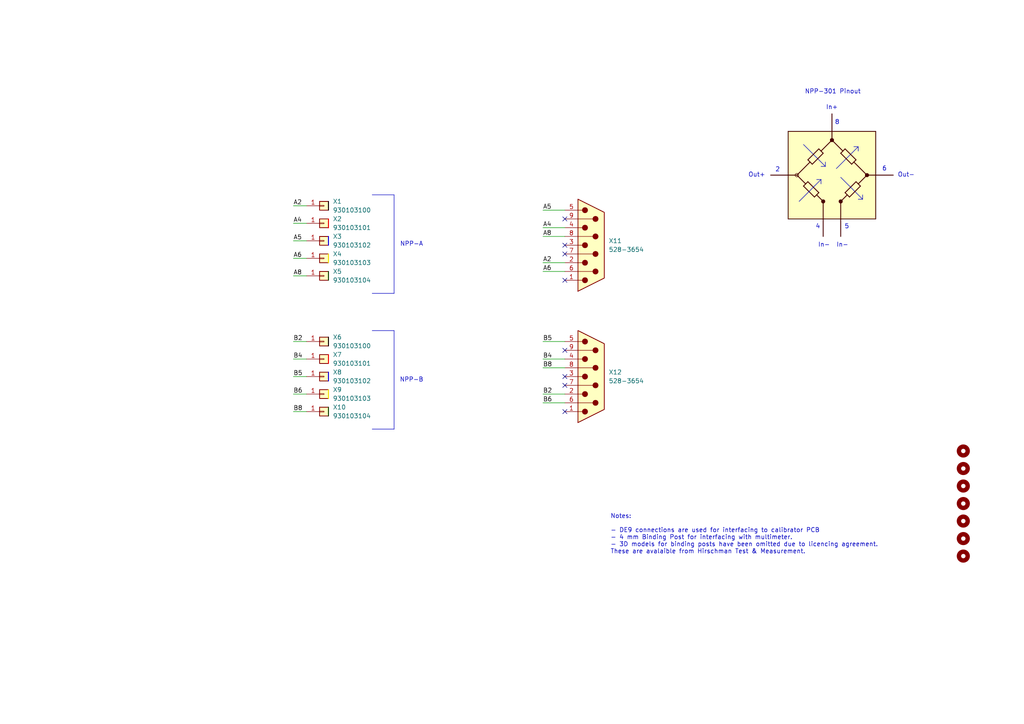
<source format=kicad_sch>
(kicad_sch (version 20231120) (generator "eeschema") (generator_version "8.0")
  (paper "A4")
  (lib_symbols
    (symbol "Connector:DE9_Plug" (pin_names (offset 1.016) hide)
      (property "Reference" "J" (at 0 13.97 0))
      (property "Value" "DE9_Plug" (at 0 -14.605 0))
      (symbol "DE9_Plug_0_1"
        (circle (center -1.778 -10.16) (radius 0.762) (fill (type outline)))
        (circle (center -1.778 -5.08) (radius 0.762) (fill (type outline)))
        (circle (center -1.778 0) (radius 0.762) (fill (type outline)))
        (circle (center -1.778 5.08) (radius 0.762) (fill (type outline)))
        (circle (center -1.778 10.16) (radius 0.762) (fill (type outline)))
        (polyline (pts (xy -3.81 -10.16) (xy -2.54 -10.16)))
        (polyline (pts (xy -3.81 -7.62) (xy 0.508 -7.62)))
        (polyline (pts (xy -3.81 -5.08) (xy -2.54 -5.08)))
        (polyline (pts (xy -3.81 -2.54) (xy 0.508 -2.54)))
        (polyline (pts (xy -3.81 0) (xy -2.54 0)))
        (polyline (pts (xy -3.81 2.54) (xy 0.508 2.54)))
        (polyline (pts (xy -3.81 5.08) (xy -2.54 5.08)))
        (polyline (pts (xy -3.81 7.62) (xy 0.508 7.62)))
        (polyline (pts (xy -3.81 10.16) (xy -2.54 10.16)))
        (polyline (pts (xy -3.81 -13.335) (xy -3.81 13.335) (xy 3.81 9.525) (xy 3.81 -9.525) (xy -3.81 -13.335)) (stroke (width 0.254)) (fill (type background)))
        (circle (center 1.27 -7.62) (radius 0.762) (fill (type outline)))
        (circle (center 1.27 -2.54) (radius 0.762) (fill (type outline)))
        (circle (center 1.27 2.54) (radius 0.762) (fill (type outline)))
        (circle (center 1.27 7.62) (radius 0.762) (fill (type outline)))
      )
      (symbol "DE9_Plug_1_1"
        (pin passive line (at -7.62 -10.16 0) (length 3.81) (name "1") (number "1"))
        (pin passive line (at -7.62 -5.08 0) (length 3.81) (name "2") (number "2"))
        (pin passive line (at -7.62 0 0) (length 3.81) (name "3") (number "3"))
        (pin passive line (at -7.62 5.08 0) (length 3.81) (name "4") (number "4"))
        (pin passive line (at -7.62 10.16 0) (length 3.81) (name "5") (number "5"))
        (pin passive line (at -7.62 -7.62 0) (length 3.81) (name "6") (number "6"))
        (pin passive line (at -7.62 -2.54 0) (length 3.81) (name "7") (number "7"))
        (pin passive line (at -7.62 2.54 0) (length 3.81) (name "8") (number "8"))
        (pin passive line (at -7.62 7.62 0) (length 3.81) (name "9") (number "9"))
      )
    )
    (symbol "Connector_Generic:Conn_01x01" (pin_names (offset 1.016) hide)
      (property "Reference" "J" (at 0 2.54 0))
      (property "Value" "Conn_01x01" (at 0 -2.54 0))
      (symbol "Conn_01x01_1_1"
        (rectangle (start -1.27 0.127) (end 0 -0.127) (stroke (width 0.1524)))
        (rectangle (start -1.27 1.27) (end 1.27 -1.27) (stroke (width 0.254)) (fill (type background)))
        (pin passive line (at -5.08 0 0) (length 3.81) (name "Pin_1") (number "1"))
      )
    )
    (symbol "Mechanical:MountingHole" (pin_names (offset 1.016)) (exclude_from_sim yes) (in_bom no)
      (property "Reference" "H" (at 0 5.08 0))
      (property "Value" "MountingHole" (at 0 3.175 0))
      (symbol "MountingHole_0_1"
        (circle (center 0 0) (radius 1.27) (stroke (width 1.27)))
      )
    )
  )
  (no_connect (at 163.83 119.38))
  (no_connect (at 163.83 81.28))
  (no_connect (at 163.83 73.66))
  (no_connect (at 163.83 111.76))
  (no_connect (at 163.83 109.22))
  (no_connect (at 163.83 101.6))
  (no_connect (at 163.83 63.5))
  (no_connect (at 163.83 71.12))
  (polyline (pts (xy 234.315 52.705) (xy 237.49 55.88)) (stroke (width 0.254) (color 72 0 0 1)))
  (polyline (pts (xy 95.25 68.58) (xy 95.25 71.12)) (stroke (width 0.254) (color 0 0 255 1)))
  (polyline (pts (xy 95.25 97.79) (xy 95.25 100.33)) (stroke (width 0.254) (color 0 0 0 1)))
  (wire (pts (xy 85.09 114.3) (xy 88.9 114.3)))
  (polyline (pts (xy 233.045 53.975) (xy 236.22 57.15)) (stroke (width 0.254) (color 72 0 0 1)))
  (wire (pts (xy 157.48 60.96) (xy 163.83 60.96)))
  (polyline (pts (xy 233.045 53.975) (xy 234.315 52.705)) (stroke (width 0.254) (color 72 0 0 1)))
  (polyline (pts (xy 223.52 50.8) (xy 228.6 50.8)) (stroke (width 0.254) (color 72 0 0 1)))
  (polyline (pts (xy 95.25 102.87) (xy 95.25 105.41)) (stroke (width 0.254) (color 255 0 0 1)))
  (polyline (pts (xy 254 50.8) (xy 259.08 50.8)) (stroke (width 0.254) (color 72 0 0 1)))
  (polyline (pts (xy 95.25 113.03) (xy 95.25 115.57)) (stroke (width 0.254) (color 255 255 0 1)))
  (polyline (pts (xy 114.3 124.46) (xy 107.95 124.46)))
  (polyline (pts (xy 237.49 43.18) (xy 238.76 44.45)) (stroke (width 0.254) (color 72 0 0 1)))
  (polyline (pts (xy 241.3 40.64) (xy 238.125 43.815)) (stroke (width 0.254) (color 72 0 0 1)))
  (polyline (pts (xy 238.76 63.5) (xy 238.76 68.58)) (stroke (width 0.254) (color 72 0 0 1)))
  (polyline (pts (xy 245.11 43.18) (xy 243.84 44.45)) (stroke (width 0.254) (color 72 0 0 1)))
  (polyline (pts (xy 243.84 63.5) (xy 243.84 68.58)) (stroke (width 0.254) (color 72 0 0 1)))
  (wire (pts (xy 157.48 106.68) (xy 163.83 106.68)))
  (polyline (pts (xy 251.46 50.8) (xy 254 50.8)) (stroke (width 0.254) (color 72 0 0 1)))
  (polyline (pts (xy 249.555 53.975) (xy 246.38 57.15)) (stroke (width 0.254) (color 72 0 0 1)))
  (polyline (pts (xy 251.46 50.8) (xy 248.92 53.34)) (stroke (width 0.254) (color 72 0 0 1)))
  (polyline (pts (xy 249.555 53.975) (xy 248.285 52.705)) (stroke (width 0.254) (color 72 0 0 1)))
  (polyline (pts (xy 236.855 52.07) (xy 238.125 52.07)))
  (polyline (pts (xy 246.38 57.15) (xy 245.11 55.88)) (stroke (width 0.254) (color 72 0 0 1)))
  (polyline (pts (xy 239.395 46.99) (xy 239.395 48.26)))
  (polyline (pts (xy 248.285 46.355) (xy 247.015 47.625)) (stroke (width 0.254) (color 72 0 0 1)))
  (polyline (pts (xy 114.3 85.09) (xy 114.3 56.515)))
  (polyline (pts (xy 95.25 66.04) (xy 95.25 66.04)) (stroke (width 0.254) (color 255 0 0 1)))
  (polyline (pts (xy 242.57 48.895) (xy 248.92 42.545)))
  (wire (pts (xy 157.48 114.3) (xy 163.83 114.3)))
  (polyline (pts (xy 238.76 58.42) (xy 238.76 58.42)) (stroke (width 0.254) (color 72 0 0 1)))
  (polyline (pts (xy 231.14 50.8) (xy 233.68 53.34)) (stroke (width 0.254) (color 72 0 0 1)))
  (polyline (pts (xy 236.22 57.15) (xy 237.49 55.88)) (stroke (width 0.254) (color 72 0 0 1)))
  (polyline (pts (xy 238.125 52.07) (xy 238.125 53.34)))
  (wire (pts (xy 85.09 104.14) (xy 88.9 104.14)))
  (wire (pts (xy 157.48 66.04) (xy 163.83 66.04)))
  (wire (pts (xy 85.09 99.06) (xy 88.9 99.06)))
  (polyline (pts (xy 95.25 73.66) (xy 95.25 76.2)) (stroke (width 0.254) (color 255 255 0 1)))
  (wire (pts (xy 85.09 74.93) (xy 88.9 74.93)))
  (polyline (pts (xy 95.25 107.95) (xy 95.25 110.49)) (stroke (width 0.254) (color 0 0 255 1)))
  (polyline (pts (xy 243.84 58.42) (xy 243.84 63.5)) (stroke (width 0.254) (color 72 0 0 1)))
  (polyline (pts (xy 243.84 51.435) (xy 250.19 57.785)))
  (polyline (pts (xy 235.585 47.625) (xy 238.76 44.45)) (stroke (width 0.254) (color 72 0 0 1)))
  (polyline (pts (xy 234.315 46.355) (xy 237.49 43.18)) (stroke (width 0.254) (color 72 0 0 1)))
  (polyline (pts (xy 95.25 118.11) (xy 95.25 120.65)) (stroke (width 0.254) (color 0 72 0 1)))
  (wire (pts (xy 157.48 76.2) (xy 163.83 76.2)))
  (polyline (pts (xy 231.14 50.8) (xy 234.95 46.99)) (stroke (width 0.254) (color 72 0 0 1)))
  (polyline (pts (xy 243.84 58.42) (xy 245.745 56.515)) (stroke (width 0.254) (color 72 0 0 1)))
  (wire (pts (xy 85.09 59.69) (xy 88.9 59.69)))
  (polyline (pts (xy 248.285 46.355) (xy 245.11 43.18)) (stroke (width 0.254) (color 72 0 0 1)))
  (polyline (pts (xy 241.3 33.02) (xy 241.3 38.1)) (stroke (width 0.254) (color 72 0 0 1)))
  (polyline (pts (xy 239.395 48.26) (xy 238.125 48.26)))
  (polyline (pts (xy 251.46 50.8) (xy 247.65 46.99)) (stroke (width 0.254) (color 72 0 0 1)))
  (polyline (pts (xy 114.3 56.515) (xy 107.95 56.515)))
  (polyline (pts (xy 247.65 42.545) (xy 248.92 42.545)))
  (polyline (pts (xy 114.3 85.09) (xy 107.95 85.09)))
  (polyline (pts (xy 95.25 63.5) (xy 95.25 66.04)) (stroke (width 0.254) (color 255 0 0 1)))
  (polyline (pts (xy 248.92 42.545) (xy 248.92 43.815)))
  (wire (pts (xy 157.48 99.06) (xy 163.83 99.06)))
  (polyline (pts (xy 241.3 40.64) (xy 244.475 43.815)) (stroke (width 0.254) (color 72 0 0 1)))
  (wire (pts (xy 157.48 104.14) (xy 163.83 104.14)))
  (polyline (pts (xy 228.6 50.8) (xy 231.14 50.8)) (stroke (width 0.254) (color 72 0 0 1)))
  (polyline (pts (xy 231.775 58.42) (xy 238.125 52.07)))
  (polyline (pts (xy 241.3 38.1) (xy 241.3 40.64)) (stroke (width 0.254) (color 72 0 0 1)))
  (polyline (pts (xy 95.25 58.42) (xy 95.25 60.96)) (stroke (width 0.254) (color 0 0 0 1)))
  (wire (pts (xy 85.09 69.85) (xy 88.9 69.85)))
  (polyline (pts (xy 95.25 66.04) (xy 95.25 66.04)) (stroke (width 0.254) (color 255 0 0 1)))
  (wire (pts (xy 85.09 80.01) (xy 88.9 80.01)))
  (wire (pts (xy 85.09 109.22) (xy 88.9 109.22)))
  (wire (pts (xy 85.09 119.38) (xy 88.9 119.38)))
  (polyline (pts (xy 248.285 52.705) (xy 245.11 55.88)) (stroke (width 0.254) (color 72 0 0 1)))
  (wire (pts (xy 157.48 116.84) (xy 163.83 116.84)))
  (polyline (pts (xy 234.315 46.355) (xy 235.585 47.625)) (stroke (width 0.254) (color 72 0 0 1)))
  (polyline (pts (xy 247.015 47.625) (xy 243.84 44.45)) (stroke (width 0.254) (color 72 0 0 1)))
  (polyline (pts (xy 238.76 58.42) (xy 236.855 56.515)) (stroke (width 0.254) (color 72 0 0 1)))
  (polyline (pts (xy 114.3 95.885) (xy 107.95 95.885)))
  (wire (pts (xy 157.48 68.58) (xy 163.83 68.58)))
  (wire (pts (xy 157.48 78.74) (xy 163.83 78.74)))
  (polyline (pts (xy 114.3 124.46) (xy 114.3 95.885)))
  (polyline (pts (xy 95.25 78.74) (xy 95.25 81.28)) (stroke (width 0.254) (color 0 72 0 1)))
  (polyline (pts (xy 250.19 57.785) (xy 248.92 57.785)))
  (wire (pts (xy 85.09 64.77) (xy 88.9 64.77)))
  (polyline (pts (xy 250.19 56.515) (xy 250.19 57.785)))
  (polyline (pts (xy 238.76 58.42) (xy 238.76 63.5)) (stroke (width 0.254) (color 72 0 0 1)))
  (polyline (pts (xy 233.045 41.91) (xy 239.395 48.26)))
  (circle (center 238.76 58.42) (radius 0.508) (stroke (width 0) (color 72 0 0 1)) (fill (type color) (color 72 0 0 1)))
  (circle (center 241.3 40.64) (radius 0.508) (stroke (width 0) (color 72 0 0 1)) (fill (type color) (color 72 0 0 1)))
  (circle (center 243.84 58.42) (radius 0.508) (stroke (width 0) (color 72 0 0 1)) (fill (type color) (color 72 0 0 1)))
  (rectangle (start 228.6 38.1) (end 254 63.5) (stroke (width 0.254) (color 72 0 0 1)) (fill (type color) (color 255 255 194 1)))
  (circle (center 251.46 50.8) (radius 0.508) (stroke (width 0) (color 72 0 0 1)) (fill (type color) (color 72 0 0 1)))
  (circle (center 231.14 50.8) (radius 0.508) (stroke (width 0) (color 72 0 0 1)) (fill (type color) (color 72 0 0 1)))
  (text "2" (at 225.552 49.276 0) (effects (font (size 1.27 1.27))))
  (text "Notes:\n\n- DE9 connections are used for interfacing to calibrator PCB\n- 4 mm Binding Post for interfacing with multimeter.\n- 3D models for binding posts have been omitted due to licencing agreement.\nThese are avalaible from Hirschman Test & Measurement." (at 177.038 154.94 0) (effects (font (size 1.27 1.27)) (justify left)))
  (text "In+" (at 241.3 31.242 0) (effects (font (size 1.27 1.27))))
  (text "In-" (at 239.014 71.12 0) (effects (font (size 1.27 1.27))))
  (text "NPP-301 Pinout" (at 241.554 26.67 0) (effects (font (size 1.27 1.27))))
  (text "NPP-B" (at 119.38 110.236 0) (effects (font (size 1.27 1.27))))
  (text "5" (at 245.618 65.786 0) (effects (font (size 1.27 1.27))))
  (text "Out-" (at 260.35 50.8 0) (effects (font (size 1.27 1.27)) (justify left)))
  (text "8" (at 242.824 35.56 0) (effects (font (size 1.27 1.27))))
  (text "6" (at 256.54 49.022 0) (effects (font (size 1.27 1.27))))
  (text "Out+" (at 221.996 50.8 0) (effects (font (size 1.27 1.27)) (justify right)))
  (text "NPP-A" (at 119.38 70.866 0) (effects (font (size 1.27 1.27))))
  (text "In-" (at 244.348 71.12 0) (effects (font (size 1.27 1.27))))
  (text "4" (at 237.236 65.786 0) (effects (font (size 1.27 1.27))))
  (label "B8" (at 85.09 119.38 0))
  (label "B8" (at 157.48 106.68 0))
  (label "A5" (at 85.09 69.85 0))
  (label "B5" (at 85.09 109.22 0))
  (label "A4" (at 85.09 64.77 0))
  (label "B4" (at 157.48 104.14 0))
  (label "B2" (at 157.48 114.3 0))
  (label "A2" (at 157.48 76.2 0))
  (label "A8" (at 85.09 80.01 0))
  (label "A2" (at 85.09 59.69 0))
  (label "B2" (at 85.09 99.06 0))
  (label "B6" (at 157.48 116.84 0))
  (label "A4" (at 157.48 66.04 0))
  (label "B6" (at 85.09 114.3 0))
  (label "A5" (at 157.48 60.96 0))
  (label "A6" (at 157.48 78.74 0))
  (label "B5" (at 157.48 99.06 0))
  (label "A6" (at 85.09 74.93 0))
  (label "B4" (at 85.09 104.14 0))
  (label "A8" (at 157.48 68.58 0))
  (symbol (lib_id "Connector:DE9_Plug") (at 171.45 109.22 0) (unit 1)
    (property "Reference" "X12" (at 176.53 107.9499 0) (effects (justify left)))
    (property "Value" "528-3654" (at 176.53 110.4899 0) (effects (justify left)))
    (property "Footprint" "Connector_Dsub:DSUB-9_Male_Horizontal_P2.77x2.84mm_EdgePinOffset9.40mm" (effects (hide yes)))
    (property "Description" "9-pin male plug pin D-SUB connector" (effects (hide yes)))
  )
  (symbol (lib_id "Connector_Generic:Conn_01x01") (at 93.98 64.77 0) (unit 1)
    (property "Reference" "X2" (at 96.52 63.4999 0) (effects (justify left)))
    (property "Value" "930103101" (at 96.52 66.0399 0) (effects (justify left)))
    (property "Footprint" "MountingHole:MountingHole_4.3mm_M4_DIN965_Pad" (effects (hide yes)))
    (property "Description" "Generic connector, single row, 01x01, script generated (kicad-library-utils/schlib/autogen/connector/)" (effects (hide yes)))
  )
  (symbol (lib_id "Mechanical:MountingHole") (at 279.4 146.05 0) (unit 1) (exclude_from_sim yes) (in_bom no)
    (property "Reference" "H1" (effects (hide yes)))
    (property "Value" "M3" (effects (hide yes)))
    (property "Footprint" "MountingHole:MountingHole_3.2mm_M3_ISO7380_Pad" (effects (hide yes)))
    (property "Description" "Mounting Hole without connection" (effects (hide yes)))
  )
  (symbol (lib_id "Connector:DE9_Plug") (at 171.45 71.12 0) (unit 1)
    (property "Reference" "X11" (at 176.53 69.8499 0) (effects (justify left)))
    (property "Value" "528-3654" (at 176.53 72.3899 0) (effects (justify left)))
    (property "Footprint" "Connector_Dsub:DSUB-9_Male_Horizontal_P2.77x2.84mm_EdgePinOffset9.40mm" (effects (hide yes)))
    (property "Description" "9-pin male plug pin D-SUB connector" (effects (hide yes)))
  )
  (symbol (lib_id "Connector_Generic:Conn_01x01") (at 93.98 59.69 0) (unit 1)
    (property "Reference" "X1" (at 96.52 58.4199 0) (effects (justify left)))
    (property "Value" "930103100" (at 96.52 60.9599 0) (effects (justify left)))
    (property "Footprint" "MountingHole:MountingHole_4.3mm_M4_DIN965_Pad" (effects (hide yes)))
    (property "Description" "Generic connector, single row, 01x01, script generated (kicad-library-utils/schlib/autogen/connector/)" (effects (hide yes)))
  )
  (symbol (lib_id "Connector_Generic:Conn_01x01") (at 93.98 74.93 0) (unit 1)
    (property "Reference" "X4" (at 96.52 73.6599 0) (effects (justify left)))
    (property "Value" "930103103" (at 96.52 76.1999 0) (effects (justify left)))
    (property "Footprint" "MountingHole:MountingHole_4.3mm_M4_DIN965_Pad" (effects (hide yes)))
    (property "Description" "Generic connector, single row, 01x01, script generated (kicad-library-utils/schlib/autogen/connector/)" (effects (hide yes)))
  )
  (symbol (lib_id "Mechanical:MountingHole") (at 279.4 135.89 0) (unit 1) (exclude_from_sim yes) (in_bom no)
    (property "Reference" "H6" (effects (hide yes)))
    (property "Value" "M3" (effects (hide yes)))
    (property "Footprint" "MountingHole:MountingHole_3.2mm_M3_ISO7380_Pad" (effects (hide yes)))
    (property "Description" "Mounting Hole without connection" (effects (hide yes)))
  )
  (symbol (lib_id "Mechanical:MountingHole") (at 279.4 156.21 0) (unit 1) (exclude_from_sim yes) (in_bom no)
    (property "Reference" "H3" (effects (hide yes)))
    (property "Value" "M3" (effects (hide yes)))
    (property "Footprint" "MountingHole:MountingHole_3.2mm_M3_ISO7380_Pad" (effects (hide yes)))
    (property "Description" "Mounting Hole without connection" (effects (hide yes)))
  )
  (symbol (lib_id "Connector_Generic:Conn_01x01") (at 93.98 69.85 0) (unit 1)
    (property "Reference" "X3" (at 96.52 68.5799 0) (effects (justify left)))
    (property "Value" "930103102" (at 96.52 71.1199 0) (effects (justify left)))
    (property "Footprint" "MountingHole:MountingHole_4.3mm_M4_DIN965_Pad" (effects (hide yes)))
    (property "Description" "Generic connector, single row, 01x01, script generated (kicad-library-utils/schlib/autogen/connector/)" (effects (hide yes)))
  )
  (symbol (lib_id "Mechanical:MountingHole") (at 279.4 130.81 0) (unit 1) (exclude_from_sim yes) (in_bom no)
    (property "Reference" "H7" (effects (hide yes)))
    (property "Value" "M3" (effects (hide yes)))
    (property "Footprint" "MountingHole:MountingHole_3.2mm_M3_ISO7380_Pad" (effects (hide yes)))
    (property "Description" "Mounting Hole without connection" (effects (hide yes)))
  )
  (symbol (lib_id "Connector_Generic:Conn_01x01") (at 93.98 104.14 0) (unit 1)
    (property "Reference" "X7" (at 96.52 102.8699 0) (effects (justify left)))
    (property "Value" "930103101" (at 96.52 105.4099 0) (effects (justify left)))
    (property "Footprint" "MountingHole:MountingHole_4.3mm_M4_DIN965_Pad" (effects (hide yes)))
    (property "Description" "Generic connector, single row, 01x01, script generated (kicad-library-utils/schlib/autogen/connector/)" (effects (hide yes)))
  )
  (symbol (lib_id "Mechanical:MountingHole") (at 279.4 161.29 0) (unit 1) (exclude_from_sim yes) (in_bom no)
    (property "Reference" "H4" (effects (hide yes)))
    (property "Value" "M3" (effects (hide yes)))
    (property "Footprint" "MountingHole:MountingHole_3.2mm_M3_ISO7380_Pad" (effects (hide yes)))
    (property "Description" "Mounting Hole without connection" (effects (hide yes)))
  )
  (symbol (lib_id "Connector_Generic:Conn_01x01") (at 93.98 99.06 0) (unit 1)
    (property "Reference" "X6" (at 96.52 97.7899 0) (effects (justify left)))
    (property "Value" "930103100" (at 96.52 100.3299 0) (effects (justify left)))
    (property "Footprint" "MountingHole:MountingHole_4.3mm_M4_DIN965_Pad" (effects (hide yes)))
    (property "Description" "Generic connector, single row, 01x01, script generated (kicad-library-utils/schlib/autogen/connector/)" (effects (hide yes)))
  )
  (symbol (lib_id "Connector_Generic:Conn_01x01") (at 93.98 114.3 0) (unit 1)
    (property "Reference" "X9" (at 96.52 113.0299 0) (effects (justify left)))
    (property "Value" "930103103" (at 96.52 115.5699 0) (effects (justify left)))
    (property "Footprint" "MountingHole:MountingHole_4.3mm_M4_DIN965_Pad" (effects (hide yes)))
    (property "Description" "Generic connector, single row, 01x01, script generated (kicad-library-utils/schlib/autogen/connector/)" (effects (hide yes)))
  )
  (symbol (lib_id "Mechanical:MountingHole") (at 279.4 140.97 0) (unit 1) (exclude_from_sim yes) (in_bom no)
    (property "Reference" "H5" (effects (hide yes)))
    (property "Value" "M3" (effects (hide yes)))
    (property "Footprint" "MountingHole:MountingHole_3.2mm_M3_ISO7380_Pad" (effects (hide yes)))
    (property "Description" "Mounting Hole without connection" (effects (hide yes)))
  )
  (symbol (lib_id "Mechanical:MountingHole") (at 279.4 151.13 0) (unit 1) (exclude_from_sim yes) (in_bom no)
    (property "Reference" "H2" (effects (hide yes)))
    (property "Value" "M3" (effects (hide yes)))
    (property "Footprint" "MountingHole:MountingHole_3.2mm_M3_ISO7380_Pad" (effects (hide yes)))
    (property "Description" "Mounting Hole without connection" (effects (hide yes)))
  )
  (symbol (lib_id "Connector_Generic:Conn_01x01") (at 93.98 109.22 0) (unit 1)
    (property "Reference" "X8" (at 96.52 107.9499 0) (effects (justify left)))
    (property "Value" "930103102" (at 96.52 110.4899 0) (effects (justify left)))
    (property "Footprint" "MountingHole:MountingHole_4.3mm_M4_DIN965_Pad" (effects (hide yes)))
    (property "Description" "Generic connector, single row, 01x01, script generated (kicad-library-utils/schlib/autogen/connector/)" (effects (hide yes)))
  )
  (symbol (lib_id "Connector_Generic:Conn_01x01") (at 93.98 119.38 0) (unit 1)
    (property "Reference" "X10" (at 96.52 118.1099 0) (effects (justify left)))
    (property "Value" "930103104" (at 96.52 120.6499 0) (effects (justify left)))
    (property "Footprint" "MountingHole:MountingHole_4.3mm_M4_DIN965_Pad" (effects (hide yes)))
    (property "Description" "Generic connector, single row, 01x01, script generated (kicad-library-utils/schlib/autogen/connector/)" (effects (hide yes)))
  )
  (symbol (lib_id "Connector_Generic:Conn_01x01") (at 93.98 80.01 0) (unit 1)
    (property "Reference" "X5" (at 96.52 78.7399 0) (effects (justify left)))
    (property "Value" "930103104" (at 96.52 81.2799 0) (effects (justify left)))
    (property "Footprint" "MountingHole:MountingHole_4.3mm_M4_DIN965_Pad" (effects (hide yes)))
    (property "Description" "Generic connector, single row, 01x01, script generated (kicad-library-utils/schlib/autogen/connector/)" (effects (hide yes)))
  )
)
</source>
